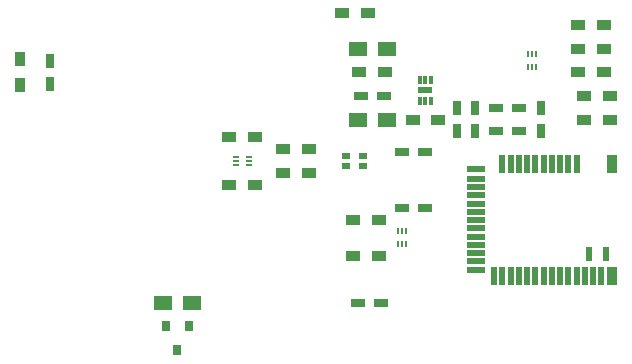
<source format=gtp>
G04 #@! TF.GenerationSoftware,KiCad,Pcbnew,5.0.2-bee76a0~70~ubuntu16.04.1*
G04 #@! TF.CreationDate,2019-02-20T18:18:52+05:30*
G04 #@! TF.ProjectId,senseBe_rev2,73656e73-6542-4655-9f72-6576322e6b69,rev?*
G04 #@! TF.SameCoordinates,Original*
G04 #@! TF.FileFunction,Paste,Top*
G04 #@! TF.FilePolarity,Positive*
%FSLAX46Y46*%
G04 Gerber Fmt 4.6, Leading zero omitted, Abs format (unit mm)*
G04 Created by KiCad (PCBNEW 5.0.2-bee76a0~70~ubuntu16.04.1) date Wed Feb 20 18:18:52 2019*
%MOMM*%
%LPD*%
G01*
G04 APERTURE LIST*
%ADD10R,1.500000X1.250000*%
%ADD11R,0.500000X0.200000*%
%ADD12R,0.750000X1.200000*%
%ADD13R,1.200000X0.750000*%
%ADD14R,0.700000X0.500000*%
%ADD15R,1.300000X0.700000*%
%ADD16R,0.800000X0.900000*%
%ADD17R,0.200000X0.500000*%
%ADD18R,1.200000X0.900000*%
%ADD19R,0.900000X1.200000*%
%ADD20R,1.600000X0.500000*%
%ADD21R,0.500000X1.600000*%
%ADD22R,0.900000X1.600000*%
%ADD23R,0.500000X1.200000*%
%ADD24R,1.300000X0.600000*%
%ADD25R,0.300000X0.800000*%
G04 APERTURE END LIST*
D10*
G04 #@! TO.C,C10*
X34250000Y-16500000D03*
X36750000Y-16500000D03*
G04 #@! TD*
D11*
G04 #@! TO.C,Q2*
X23950000Y-19650000D03*
X23950000Y-20000000D03*
X23950000Y-20350000D03*
X25050000Y-20350000D03*
X25050000Y-20000000D03*
X25050000Y-19650000D03*
G04 #@! TD*
D12*
G04 #@! TO.C,C1*
X49750000Y-15550000D03*
X49750000Y-17450000D03*
G04 #@! TD*
D13*
G04 #@! TO.C,C2*
X36200000Y-32000000D03*
X34300000Y-32000000D03*
G04 #@! TD*
D10*
G04 #@! TO.C,C3*
X20250000Y-32000000D03*
X17750000Y-32000000D03*
G04 #@! TD*
D13*
G04 #@! TO.C,C4*
X38050000Y-19200000D03*
X39950000Y-19200000D03*
G04 #@! TD*
D12*
G04 #@! TO.C,C5*
X42700000Y-17450000D03*
X42700000Y-15550000D03*
G04 #@! TD*
G04 #@! TO.C,C6*
X44200000Y-17450000D03*
X44200000Y-15550000D03*
G04 #@! TD*
D13*
G04 #@! TO.C,C7*
X39950000Y-24000000D03*
X38050000Y-24000000D03*
G04 #@! TD*
D12*
G04 #@! TO.C,C8*
X8200000Y-11550000D03*
X8200000Y-13450000D03*
G04 #@! TD*
D13*
G04 #@! TO.C,C9*
X34550000Y-14500000D03*
X36450000Y-14500000D03*
G04 #@! TD*
D10*
G04 #@! TO.C,C11*
X36750000Y-10500000D03*
X34250000Y-10500000D03*
G04 #@! TD*
D14*
G04 #@! TO.C,D1*
X33300000Y-19600000D03*
X34700000Y-19600000D03*
X34700000Y-20400000D03*
X33300000Y-20400000D03*
G04 #@! TD*
D15*
G04 #@! TO.C,L1*
X47900000Y-17450000D03*
X47900000Y-15550000D03*
G04 #@! TD*
G04 #@! TO.C,L2*
X46000000Y-17450000D03*
X46000000Y-15550000D03*
G04 #@! TD*
D16*
G04 #@! TO.C,Q1*
X19950000Y-34000000D03*
X18050000Y-34000000D03*
X19000000Y-36000000D03*
G04 #@! TD*
D17*
G04 #@! TO.C,Q3*
X37650000Y-27050000D03*
X38000000Y-27050000D03*
X38350000Y-27050000D03*
X38350000Y-25950000D03*
X38000000Y-25950000D03*
X37650000Y-25950000D03*
G04 #@! TD*
G04 #@! TO.C,Q4*
X49350000Y-12050000D03*
X49000000Y-12050000D03*
X48650000Y-12050000D03*
X48650000Y-10950000D03*
X49000000Y-10950000D03*
X49350000Y-10950000D03*
G04 #@! TD*
D18*
G04 #@! TO.C,R1*
X25600000Y-18000000D03*
X23400000Y-18000000D03*
G04 #@! TD*
G04 #@! TO.C,R2*
X30100000Y-21000000D03*
X27900000Y-21000000D03*
G04 #@! TD*
G04 #@! TO.C,R3*
X27900000Y-19000000D03*
X30100000Y-19000000D03*
G04 #@! TD*
G04 #@! TO.C,R4*
X25600000Y-22000000D03*
X23400000Y-22000000D03*
G04 #@! TD*
G04 #@! TO.C,R5*
X35150000Y-7500000D03*
X32950000Y-7500000D03*
G04 #@! TD*
D19*
G04 #@! TO.C,R6*
X5700000Y-13600000D03*
X5700000Y-11400000D03*
G04 #@! TD*
D18*
G04 #@! TO.C,R7*
X36100000Y-28000000D03*
X33900000Y-28000000D03*
G04 #@! TD*
G04 #@! TO.C,R8*
X36100000Y-25000000D03*
X33900000Y-25000000D03*
G04 #@! TD*
G04 #@! TO.C,R9*
X41100000Y-16500000D03*
X38900000Y-16500000D03*
G04 #@! TD*
G04 #@! TO.C,R10*
X53400000Y-16500000D03*
X55600000Y-16500000D03*
G04 #@! TD*
G04 #@! TO.C,R11*
X34400000Y-12500000D03*
X36600000Y-12500000D03*
G04 #@! TD*
G04 #@! TO.C,R12*
X55100000Y-12500000D03*
X52900000Y-12500000D03*
G04 #@! TD*
G04 #@! TO.C,R13*
X52900000Y-8500000D03*
X55100000Y-8500000D03*
G04 #@! TD*
G04 #@! TO.C,R14*
X55600000Y-14500000D03*
X53400000Y-14500000D03*
G04 #@! TD*
G04 #@! TO.C,R15*
X55100000Y-10500000D03*
X52900000Y-10500000D03*
G04 #@! TD*
D20*
G04 #@! TO.C,U1*
X44250000Y-20700000D03*
D21*
X52800000Y-20250000D03*
D22*
X55800000Y-20250000D03*
D21*
X52100000Y-20250000D03*
X51400000Y-20250000D03*
X50700000Y-20250000D03*
X50000000Y-20250000D03*
X49300000Y-20250000D03*
X48600000Y-20250000D03*
X47900000Y-20250000D03*
X47200000Y-20250000D03*
X46500000Y-20250000D03*
D20*
X44250000Y-21500000D03*
X44250000Y-22200000D03*
X44250000Y-22900000D03*
X44250000Y-23600000D03*
X44250000Y-24300000D03*
X44250000Y-25000000D03*
X44250000Y-25700000D03*
X44250000Y-26400000D03*
X44250000Y-27100000D03*
X44250000Y-27800000D03*
X44250000Y-28500000D03*
X44250000Y-29200000D03*
D21*
X45800000Y-29750000D03*
X46500000Y-29750000D03*
X47200000Y-29750000D03*
X47900000Y-29750000D03*
X48600000Y-29750000D03*
X49300000Y-29750000D03*
X50000000Y-29750000D03*
X50700000Y-29750000D03*
X51400000Y-29750000D03*
X52100000Y-29750000D03*
X52800000Y-29750000D03*
X53500000Y-29750000D03*
X54200000Y-29750000D03*
X54900000Y-29750000D03*
D22*
X55800000Y-29750000D03*
D23*
X55250000Y-27900000D03*
X53850000Y-27900000D03*
G04 #@! TD*
D24*
G04 #@! TO.C,U3*
X40000000Y-14000000D03*
D25*
X40000000Y-14900000D03*
X40000000Y-13100000D03*
X40500000Y-13100000D03*
X39500000Y-13100000D03*
X39500000Y-14900000D03*
X40500000Y-14900000D03*
G04 #@! TD*
M02*

</source>
